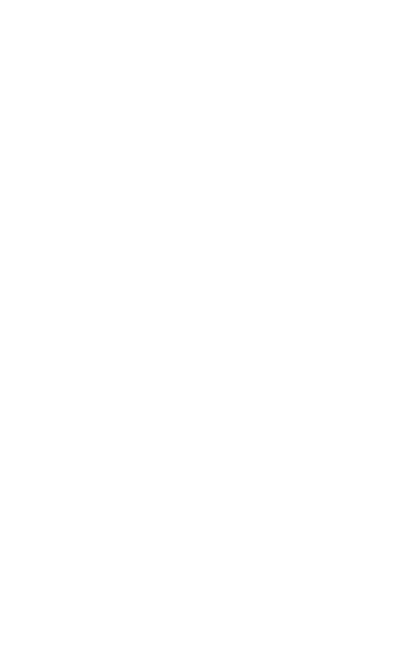
<source format=gbr>
%TF.GenerationSoftware,KiCad,Pcbnew,(5.99.0-12348-g4b436fb86d)*%
%TF.CreationDate,2021-09-19T12:14:32+01:00*%
%TF.ProjectId,Panel,50616e65-6c2e-46b6-9963-61645f706362,rev?*%
%TF.SameCoordinates,Original*%
%TF.FileFunction,Legend,Bot*%
%TF.FilePolarity,Positive*%
%FSLAX46Y46*%
G04 Gerber Fmt 4.6, Leading zero omitted, Abs format (unit mm)*
G04 Created by KiCad (PCBNEW (5.99.0-12348-g4b436fb86d)) date 2021-09-19 12:14:32*
%MOMM*%
%LPD*%
G01*
G04 APERTURE LIST*
%ADD10C,6.700000*%
%ADD11C,0.800000*%
%ADD12C,1.000000*%
%ADD13C,0.300000*%
%ADD14C,0.250000*%
%ADD15C,0.010000*%
%ADD16O,5.400000X3.600000*%
%ADD17C,7.100000*%
%ADD18C,6.400000*%
%ADD19C,7.400000*%
G04 APERTURE END LIST*
D10*
%TO.C,ActionButton*%
X111300000Y-130700000D03*
%TD*%
%TO.C,Ref\u002A\u002A*%
X109750000Y-83250000D03*
%TD*%
%TO.C,Ref\u002A\u002A*%
X122750000Y-83250000D03*
%TD*%
%TO.C,Ref\u002A\u002A*%
X135750000Y-83250000D03*
%TD*%
%LPC*%
D11*
X114600000Y-145400000D02*
X105400000Y-145400000D01*
X105400000Y-145400000D02*
X105400000Y-154600000D01*
X105400000Y-154600000D02*
X114600000Y-154600000D01*
X114600000Y-154600000D02*
X114600000Y-145400000D01*
G36*
X114600000Y-145400000D02*
G01*
X105400000Y-145400000D01*
X105400000Y-154600000D01*
X114600000Y-154600000D01*
X114600000Y-145400000D01*
G37*
D12*
X126830441Y-83250000D02*
G75*
G03*
X126830441Y-83250000I-4080441J0D01*
G01*
X113830441Y-83250000D02*
G75*
G03*
X113830441Y-83250000I-4080441J0D01*
G01*
X115380441Y-130700000D02*
G75*
G03*
X115380441Y-130700000I-4080441J0D01*
G01*
D11*
X127600000Y-145400000D02*
X118400000Y-145400000D01*
X118400000Y-145400000D02*
X118400000Y-154600000D01*
X118400000Y-154600000D02*
X127600000Y-154600000D01*
X127600000Y-154600000D02*
X127600000Y-145400000D01*
G36*
X127600000Y-145400000D02*
G01*
X118400000Y-145400000D01*
X118400000Y-154600000D01*
X127600000Y-154600000D01*
X127600000Y-145400000D01*
G37*
D12*
X139830441Y-83250000D02*
G75*
G03*
X139830441Y-83250000I-4080441J0D01*
G01*
D13*
X124435714Y-76148537D02*
X125150000Y-76148537D01*
X125150000Y-74648537D01*
X123292857Y-76148537D02*
X123292857Y-75362823D01*
X123364285Y-75219966D01*
X123507142Y-75148537D01*
X123792857Y-75148537D01*
X123935714Y-75219966D01*
X123292857Y-76077108D02*
X123435714Y-76148537D01*
X123792857Y-76148537D01*
X123935714Y-76077108D01*
X124007142Y-75934251D01*
X124007142Y-75791394D01*
X123935714Y-75648537D01*
X123792857Y-75577108D01*
X123435714Y-75577108D01*
X123292857Y-75505680D01*
X122578571Y-75148537D02*
X122578571Y-76148537D01*
X122578571Y-75291394D02*
X122507142Y-75219966D01*
X122364285Y-75148537D01*
X122150000Y-75148537D01*
X122007142Y-75219966D01*
X121935714Y-75362823D01*
X121935714Y-76148537D01*
X120650000Y-76077108D02*
X120792857Y-76148537D01*
X121078571Y-76148537D01*
X121221428Y-76077108D01*
X121292857Y-75934251D01*
X121292857Y-75362823D01*
X121221428Y-75219966D01*
X121078571Y-75148537D01*
X120792857Y-75148537D01*
X120650000Y-75219966D01*
X120578571Y-75362823D01*
X120578571Y-75505680D01*
X121292857Y-75648537D01*
X112442857Y-158535714D02*
X112514285Y-158607142D01*
X112728571Y-158678571D01*
X112871428Y-158678571D01*
X113085714Y-158607142D01*
X113228571Y-158464285D01*
X113300000Y-158321428D01*
X113371428Y-158035714D01*
X113371428Y-157821428D01*
X113300000Y-157535714D01*
X113228571Y-157392857D01*
X113085714Y-157250000D01*
X112871428Y-157178571D01*
X112728571Y-157178571D01*
X112514285Y-157250000D01*
X112442857Y-157321428D01*
X112014285Y-157178571D02*
X111514285Y-158678571D01*
X111014285Y-157178571D01*
X109085714Y-157178571D02*
X108800000Y-157178571D01*
X108657142Y-157250000D01*
X108514285Y-157392857D01*
X108442857Y-157678571D01*
X108442857Y-158178571D01*
X108514285Y-158464285D01*
X108657142Y-158607142D01*
X108800000Y-158678571D01*
X109085714Y-158678571D01*
X109228571Y-158607142D01*
X109371428Y-158464285D01*
X109442857Y-158178571D01*
X109442857Y-157678571D01*
X109371428Y-157392857D01*
X109228571Y-157250000D01*
X109085714Y-157178571D01*
X107157142Y-157678571D02*
X107157142Y-158678571D01*
X107800000Y-157678571D02*
X107800000Y-158464285D01*
X107728571Y-158607142D01*
X107585714Y-158678571D01*
X107371428Y-158678571D01*
X107228571Y-158607142D01*
X107157142Y-158535714D01*
X106657142Y-157678571D02*
X106085714Y-157678571D01*
X106442857Y-157178571D02*
X106442857Y-158464285D01*
X106371428Y-158607142D01*
X106228571Y-158678571D01*
X106085714Y-158678571D01*
X135928571Y-111078571D02*
X135071428Y-111078571D01*
X135500000Y-112578571D02*
X135500000Y-111078571D01*
X134000000Y-112507142D02*
X134142857Y-112578571D01*
X134428571Y-112578571D01*
X134571428Y-112507142D01*
X134642857Y-112364285D01*
X134642857Y-111792857D01*
X134571428Y-111650000D01*
X134428571Y-111578571D01*
X134142857Y-111578571D01*
X134000000Y-111650000D01*
X133928571Y-111792857D01*
X133928571Y-111935714D01*
X134642857Y-112078571D01*
X133285714Y-112578571D02*
X133285714Y-111578571D01*
X133285714Y-111721428D02*
X133214285Y-111650000D01*
X133071428Y-111578571D01*
X132857142Y-111578571D01*
X132714285Y-111650000D01*
X132642857Y-111792857D01*
X132642857Y-112578571D01*
X132642857Y-111792857D02*
X132571428Y-111650000D01*
X132428571Y-111578571D01*
X132214285Y-111578571D01*
X132071428Y-111650000D01*
X132000000Y-111792857D01*
X132000000Y-112578571D01*
X131285714Y-111578571D02*
X131285714Y-113078571D01*
X131285714Y-111650000D02*
X131142857Y-111578571D01*
X130857142Y-111578571D01*
X130714285Y-111650000D01*
X130642857Y-111721428D01*
X130571428Y-111864285D01*
X130571428Y-112292857D01*
X130642857Y-112435714D01*
X130714285Y-112507142D01*
X130857142Y-112578571D01*
X131142857Y-112578571D01*
X131285714Y-112507142D01*
X129714285Y-112578571D02*
X129857142Y-112507142D01*
X129928571Y-112435714D01*
X130000000Y-112292857D01*
X130000000Y-111864285D01*
X129928571Y-111721428D01*
X129857142Y-111650000D01*
X129714285Y-111578571D01*
X129500000Y-111578571D01*
X129357142Y-111650000D01*
X129285714Y-111721428D01*
X129214285Y-111864285D01*
X129214285Y-112292857D01*
X129285714Y-112435714D01*
X129357142Y-112507142D01*
X129500000Y-112578571D01*
X129714285Y-112578571D01*
X139364285Y-158335714D02*
X139435714Y-158407142D01*
X139650000Y-158478571D01*
X139792857Y-158478571D01*
X140007142Y-158407142D01*
X140150000Y-158264285D01*
X140221428Y-158121428D01*
X140292857Y-157835714D01*
X140292857Y-157621428D01*
X140221428Y-157335714D01*
X140150000Y-157192857D01*
X140007142Y-157050000D01*
X139792857Y-156978571D01*
X139650000Y-156978571D01*
X139435714Y-157050000D01*
X139364285Y-157121428D01*
X138507142Y-158478571D02*
X138650000Y-158407142D01*
X138721428Y-158264285D01*
X138721428Y-156978571D01*
X137721428Y-158478571D02*
X137864285Y-158407142D01*
X137935714Y-158335714D01*
X138007142Y-158192857D01*
X138007142Y-157764285D01*
X137935714Y-157621428D01*
X137864285Y-157550000D01*
X137721428Y-157478571D01*
X137507142Y-157478571D01*
X137364285Y-157550000D01*
X137292857Y-157621428D01*
X137221428Y-157764285D01*
X137221428Y-158192857D01*
X137292857Y-158335714D01*
X137364285Y-158407142D01*
X137507142Y-158478571D01*
X137721428Y-158478571D01*
X135935714Y-158407142D02*
X136078571Y-158478571D01*
X136364285Y-158478571D01*
X136507142Y-158407142D01*
X136578571Y-158335714D01*
X136650000Y-158192857D01*
X136650000Y-157764285D01*
X136578571Y-157621428D01*
X136507142Y-157550000D01*
X136364285Y-157478571D01*
X136078571Y-157478571D01*
X135935714Y-157550000D01*
X135292857Y-158478571D02*
X135292857Y-156978571D01*
X135150000Y-157907142D02*
X134721428Y-158478571D01*
X134721428Y-157478571D02*
X135292857Y-158050000D01*
X132935714Y-158478571D02*
X132935714Y-156978571D01*
X132221428Y-157478571D02*
X132221428Y-158478571D01*
X132221428Y-157621428D02*
X132150000Y-157550000D01*
X132007142Y-157478571D01*
X131792857Y-157478571D01*
X131650000Y-157550000D01*
X131578571Y-157692857D01*
X131578571Y-158478571D01*
X115285714Y-111792857D02*
X114785714Y-111792857D01*
X114571428Y-112578571D02*
X115285714Y-112578571D01*
X115285714Y-111078571D01*
X114571428Y-111078571D01*
X113285714Y-112578571D02*
X113285714Y-111078571D01*
X113285714Y-112507142D02*
X113428571Y-112578571D01*
X113714285Y-112578571D01*
X113857142Y-112507142D01*
X113928571Y-112435714D01*
X114000000Y-112292857D01*
X114000000Y-111864285D01*
X113928571Y-111721428D01*
X113857142Y-111650000D01*
X113714285Y-111578571D01*
X113428571Y-111578571D01*
X113285714Y-111650000D01*
X112571428Y-112578571D02*
X112571428Y-111578571D01*
X112571428Y-111078571D02*
X112642857Y-111150000D01*
X112571428Y-111221428D01*
X112500000Y-111150000D01*
X112571428Y-111078571D01*
X112571428Y-111221428D01*
X112071428Y-111578571D02*
X111500000Y-111578571D01*
X111857142Y-111078571D02*
X111857142Y-112364285D01*
X111785714Y-112507142D01*
X111642857Y-112578571D01*
X111500000Y-112578571D01*
X126821428Y-157050000D02*
X126964285Y-156978571D01*
X127178571Y-156978571D01*
X127392857Y-157050000D01*
X127535714Y-157192857D01*
X127607142Y-157335714D01*
X127678571Y-157621428D01*
X127678571Y-157835714D01*
X127607142Y-158121428D01*
X127535714Y-158264285D01*
X127392857Y-158407142D01*
X127178571Y-158478571D01*
X127035714Y-158478571D01*
X126821428Y-158407142D01*
X126750000Y-158335714D01*
X126750000Y-157835714D01*
X127035714Y-157835714D01*
X125464285Y-158478571D02*
X125464285Y-157692857D01*
X125535714Y-157550000D01*
X125678571Y-157478571D01*
X125964285Y-157478571D01*
X126107142Y-157550000D01*
X125464285Y-158407142D02*
X125607142Y-158478571D01*
X125964285Y-158478571D01*
X126107142Y-158407142D01*
X126178571Y-158264285D01*
X126178571Y-158121428D01*
X126107142Y-157978571D01*
X125964285Y-157907142D01*
X125607142Y-157907142D01*
X125464285Y-157835714D01*
X124964285Y-157478571D02*
X124392857Y-157478571D01*
X124750000Y-156978571D02*
X124750000Y-158264285D01*
X124678571Y-158407142D01*
X124535714Y-158478571D01*
X124392857Y-158478571D01*
X123321428Y-158407142D02*
X123464285Y-158478571D01*
X123750000Y-158478571D01*
X123892857Y-158407142D01*
X123964285Y-158264285D01*
X123964285Y-157692857D01*
X123892857Y-157550000D01*
X123750000Y-157478571D01*
X123464285Y-157478571D01*
X123321428Y-157550000D01*
X123250000Y-157692857D01*
X123250000Y-157835714D01*
X123964285Y-157978571D01*
X121178571Y-156978571D02*
X120892857Y-156978571D01*
X120750000Y-157050000D01*
X120607142Y-157192857D01*
X120535714Y-157478571D01*
X120535714Y-157978571D01*
X120607142Y-158264285D01*
X120750000Y-158407142D01*
X120892857Y-158478571D01*
X121178571Y-158478571D01*
X121321428Y-158407142D01*
X121464285Y-158264285D01*
X121535714Y-157978571D01*
X121535714Y-157478571D01*
X121464285Y-157192857D01*
X121321428Y-157050000D01*
X121178571Y-156978571D01*
X119250000Y-157478571D02*
X119250000Y-158478571D01*
X119892857Y-157478571D02*
X119892857Y-158264285D01*
X119821428Y-158407142D01*
X119678571Y-158478571D01*
X119464285Y-158478571D01*
X119321428Y-158407142D01*
X119250000Y-158335714D01*
X118750000Y-157478571D02*
X118178571Y-157478571D01*
X118535714Y-156978571D02*
X118535714Y-158264285D01*
X118464285Y-158407142D01*
X118321428Y-158478571D01*
X118178571Y-158478571D01*
X126157142Y-91678571D02*
X126514285Y-91678571D01*
X126514285Y-89535714D01*
X126157142Y-89535714D01*
X125657142Y-91107142D02*
X125442857Y-91178571D01*
X125085714Y-91178571D01*
X124942857Y-91107142D01*
X124871428Y-91035714D01*
X124800000Y-90892857D01*
X124800000Y-90750000D01*
X124871428Y-90607142D01*
X124942857Y-90535714D01*
X125085714Y-90464285D01*
X125371428Y-90392857D01*
X125514285Y-90321428D01*
X125585714Y-90250000D01*
X125657142Y-90107142D01*
X125657142Y-89964285D01*
X125585714Y-89821428D01*
X125514285Y-89750000D01*
X125371428Y-89678571D01*
X125014285Y-89678571D01*
X124800000Y-89750000D01*
X123585714Y-91107142D02*
X123728571Y-91178571D01*
X124014285Y-91178571D01*
X124157142Y-91107142D01*
X124228571Y-90964285D01*
X124228571Y-90392857D01*
X124157142Y-90250000D01*
X124014285Y-90178571D01*
X123728571Y-90178571D01*
X123585714Y-90250000D01*
X123514285Y-90392857D01*
X123514285Y-90535714D01*
X124228571Y-90678571D01*
X123085714Y-90178571D02*
X122514285Y-90178571D01*
X122871428Y-89678571D02*
X122871428Y-90964285D01*
X122800000Y-91107142D01*
X122657142Y-91178571D01*
X122514285Y-91178571D01*
X121371428Y-90178571D02*
X121371428Y-91178571D01*
X122014285Y-90178571D02*
X122014285Y-90964285D01*
X121942857Y-91107142D01*
X121800000Y-91178571D01*
X121585714Y-91178571D01*
X121442857Y-91107142D01*
X121371428Y-91035714D01*
X120657142Y-90178571D02*
X120657142Y-91678571D01*
X120657142Y-90250000D02*
X120514285Y-90178571D01*
X120228571Y-90178571D01*
X120085714Y-90250000D01*
X120014285Y-90321428D01*
X119942857Y-90464285D01*
X119942857Y-90892857D01*
X120014285Y-91035714D01*
X120085714Y-91107142D01*
X120228571Y-91178571D01*
X120514285Y-91178571D01*
X120657142Y-91107142D01*
X119442857Y-91678571D02*
X119085714Y-91678571D01*
X119085714Y-89535714D01*
X119442857Y-89535714D01*
X141207142Y-139950000D02*
X140492857Y-139950000D01*
X141350000Y-140378571D02*
X140850000Y-138878571D01*
X140350000Y-140378571D01*
X139207142Y-140307142D02*
X139350000Y-140378571D01*
X139635714Y-140378571D01*
X139778571Y-140307142D01*
X139850000Y-140235714D01*
X139921428Y-140092857D01*
X139921428Y-139664285D01*
X139850000Y-139521428D01*
X139778571Y-139450000D01*
X139635714Y-139378571D01*
X139350000Y-139378571D01*
X139207142Y-139450000D01*
X138778571Y-139378571D02*
X138207142Y-139378571D01*
X138564285Y-138878571D02*
X138564285Y-140164285D01*
X138492857Y-140307142D01*
X138350000Y-140378571D01*
X138207142Y-140378571D01*
X137707142Y-140378571D02*
X137707142Y-139378571D01*
X137707142Y-138878571D02*
X137778571Y-138950000D01*
X137707142Y-139021428D01*
X137635714Y-138950000D01*
X137707142Y-138878571D01*
X137707142Y-139021428D01*
X136778571Y-140378571D02*
X136921428Y-140307142D01*
X136992857Y-140235714D01*
X137064285Y-140092857D01*
X137064285Y-139664285D01*
X136992857Y-139521428D01*
X136921428Y-139450000D01*
X136778571Y-139378571D01*
X136564285Y-139378571D01*
X136421428Y-139450000D01*
X136350000Y-139521428D01*
X136278571Y-139664285D01*
X136278571Y-140092857D01*
X136350000Y-140235714D01*
X136421428Y-140307142D01*
X136564285Y-140378571D01*
X136778571Y-140378571D01*
X135635714Y-139378571D02*
X135635714Y-140378571D01*
X135635714Y-139521428D02*
X135564285Y-139450000D01*
X135421428Y-139378571D01*
X135207142Y-139378571D01*
X135064285Y-139450000D01*
X134992857Y-139592857D01*
X134992857Y-140378571D01*
X132278571Y-140235714D02*
X132350000Y-140307142D01*
X132564285Y-140378571D01*
X132707142Y-140378571D01*
X132921428Y-140307142D01*
X133064285Y-140164285D01*
X133135714Y-140021428D01*
X133207142Y-139735714D01*
X133207142Y-139521428D01*
X133135714Y-139235714D01*
X133064285Y-139092857D01*
X132921428Y-138950000D01*
X132707142Y-138878571D01*
X132564285Y-138878571D01*
X132350000Y-138950000D01*
X132278571Y-139021428D01*
X131850000Y-138878571D02*
X131350000Y-140378571D01*
X130850000Y-138878571D01*
X114042857Y-139450000D02*
X113328571Y-139450000D01*
X114185714Y-139878571D02*
X113685714Y-138378571D01*
X113185714Y-139878571D01*
X112042857Y-139807142D02*
X112185714Y-139878571D01*
X112471428Y-139878571D01*
X112614285Y-139807142D01*
X112685714Y-139735714D01*
X112757142Y-139592857D01*
X112757142Y-139164285D01*
X112685714Y-139021428D01*
X112614285Y-138950000D01*
X112471428Y-138878571D01*
X112185714Y-138878571D01*
X112042857Y-138950000D01*
X111614285Y-138878571D02*
X111042857Y-138878571D01*
X111400000Y-138378571D02*
X111400000Y-139664285D01*
X111328571Y-139807142D01*
X111185714Y-139878571D01*
X111042857Y-139878571D01*
X110542857Y-139878571D02*
X110542857Y-138878571D01*
X110542857Y-138378571D02*
X110614285Y-138450000D01*
X110542857Y-138521428D01*
X110471428Y-138450000D01*
X110542857Y-138378571D01*
X110542857Y-138521428D01*
X109614285Y-139878571D02*
X109757142Y-139807142D01*
X109828571Y-139735714D01*
X109900000Y-139592857D01*
X109900000Y-139164285D01*
X109828571Y-139021428D01*
X109757142Y-138950000D01*
X109614285Y-138878571D01*
X109400000Y-138878571D01*
X109257142Y-138950000D01*
X109185714Y-139021428D01*
X109114285Y-139164285D01*
X109114285Y-139592857D01*
X109185714Y-139735714D01*
X109257142Y-139807142D01*
X109400000Y-139878571D01*
X109614285Y-139878571D01*
X108471428Y-138878571D02*
X108471428Y-139878571D01*
X108471428Y-139021428D02*
X108400000Y-138950000D01*
X108257142Y-138878571D01*
X108042857Y-138878571D01*
X107900000Y-138950000D01*
X107828571Y-139092857D01*
X107828571Y-139878571D01*
X136735714Y-76178571D02*
X137450000Y-76178571D01*
X137450000Y-74678571D01*
X135664285Y-76107142D02*
X135807142Y-76178571D01*
X136092857Y-76178571D01*
X136235714Y-76107142D01*
X136307142Y-75964285D01*
X136307142Y-75392857D01*
X136235714Y-75250000D01*
X136092857Y-75178571D01*
X135807142Y-75178571D01*
X135664285Y-75250000D01*
X135592857Y-75392857D01*
X135592857Y-75535714D01*
X136307142Y-75678571D01*
X135164285Y-75178571D02*
X134592857Y-75178571D01*
X134950000Y-76178571D02*
X134950000Y-74892857D01*
X134878571Y-74750000D01*
X134735714Y-74678571D01*
X134592857Y-74678571D01*
X134307142Y-75178571D02*
X133735714Y-75178571D01*
X134092857Y-74678571D02*
X134092857Y-75964285D01*
X134021428Y-76107142D01*
X133878571Y-76178571D01*
X133735714Y-76178571D01*
X111278571Y-76178571D02*
X111778571Y-75464285D01*
X112135714Y-76178571D02*
X112135714Y-74678571D01*
X111564285Y-74678571D01*
X111421428Y-74750000D01*
X111350000Y-74821428D01*
X111278571Y-74964285D01*
X111278571Y-75178571D01*
X111350000Y-75321428D01*
X111421428Y-75392857D01*
X111564285Y-75464285D01*
X112135714Y-75464285D01*
X110635714Y-76178571D02*
X110635714Y-75178571D01*
X110635714Y-74678571D02*
X110707142Y-74750000D01*
X110635714Y-74821428D01*
X110564285Y-74750000D01*
X110635714Y-74678571D01*
X110635714Y-74821428D01*
X109278571Y-75178571D02*
X109278571Y-76392857D01*
X109350000Y-76535714D01*
X109421428Y-76607142D01*
X109564285Y-76678571D01*
X109778571Y-76678571D01*
X109921428Y-76607142D01*
X109278571Y-76107142D02*
X109421428Y-76178571D01*
X109707142Y-76178571D01*
X109850000Y-76107142D01*
X109921428Y-76035714D01*
X109992857Y-75892857D01*
X109992857Y-75464285D01*
X109921428Y-75321428D01*
X109850000Y-75250000D01*
X109707142Y-75178571D01*
X109421428Y-75178571D01*
X109278571Y-75250000D01*
X108564285Y-76178571D02*
X108564285Y-74678571D01*
X107921428Y-76178571D02*
X107921428Y-75392857D01*
X107992857Y-75250000D01*
X108135714Y-75178571D01*
X108350000Y-75178571D01*
X108492857Y-75250000D01*
X108564285Y-75321428D01*
X107421428Y-75178571D02*
X106850000Y-75178571D01*
X107207142Y-74678571D02*
X107207142Y-75964285D01*
X107135714Y-76107142D01*
X106992857Y-76178571D01*
X106850000Y-76178571D01*
D14*
X129280952Y-43552380D02*
X129280952Y-42552380D01*
X128947619Y-43266666D01*
X128614285Y-42552380D01*
X128614285Y-43552380D01*
X127995238Y-43552380D02*
X128090476Y-43504761D01*
X128138095Y-43457142D01*
X128185714Y-43361904D01*
X128185714Y-43076190D01*
X128138095Y-42980952D01*
X128090476Y-42933333D01*
X127995238Y-42885714D01*
X127852380Y-42885714D01*
X127757142Y-42933333D01*
X127709523Y-42980952D01*
X127661904Y-43076190D01*
X127661904Y-43361904D01*
X127709523Y-43457142D01*
X127757142Y-43504761D01*
X127852380Y-43552380D01*
X127995238Y-43552380D01*
X126804761Y-42885714D02*
X126804761Y-43552380D01*
X127233333Y-42885714D02*
X127233333Y-43409523D01*
X127185714Y-43504761D01*
X127090476Y-43552380D01*
X126947619Y-43552380D01*
X126852380Y-43504761D01*
X126804761Y-43457142D01*
X126328571Y-42885714D02*
X126328571Y-43552380D01*
X126328571Y-42980952D02*
X126280952Y-42933333D01*
X126185714Y-42885714D01*
X126042857Y-42885714D01*
X125947619Y-42933333D01*
X125900000Y-43028571D01*
X125900000Y-43552380D01*
X125566666Y-42885714D02*
X125185714Y-42885714D01*
X125423809Y-42552380D02*
X125423809Y-43409523D01*
X125376190Y-43504761D01*
X125280952Y-43552380D01*
X125185714Y-43552380D01*
X124852380Y-42885714D02*
X124852380Y-43742857D01*
X124900000Y-43838095D01*
X124995238Y-43885714D01*
X125042857Y-43885714D01*
X124852380Y-42552380D02*
X124900000Y-42600000D01*
X124852380Y-42647619D01*
X124804761Y-42600000D01*
X124852380Y-42552380D01*
X124852380Y-42647619D01*
X124233333Y-43552380D02*
X124328571Y-43504761D01*
X124376190Y-43457142D01*
X124423809Y-43361904D01*
X124423809Y-43076190D01*
X124376190Y-42980952D01*
X124328571Y-42933333D01*
X124233333Y-42885714D01*
X124090476Y-42885714D01*
X123995238Y-42933333D01*
X123947619Y-42980952D01*
X123900000Y-43076190D01*
X123900000Y-43361904D01*
X123947619Y-43457142D01*
X123995238Y-43504761D01*
X124090476Y-43552380D01*
X124233333Y-43552380D01*
X123566666Y-42885714D02*
X123328571Y-43552380D01*
X123090476Y-42885714D02*
X123328571Y-43552380D01*
X123423809Y-43790476D01*
X123471428Y-43838095D01*
X123566666Y-43885714D01*
X121947619Y-43552380D02*
X121947619Y-42552380D01*
X121614285Y-43266666D01*
X121280952Y-42552380D01*
X121280952Y-43552380D01*
X120661904Y-43552380D02*
X120757142Y-43504761D01*
X120804761Y-43457142D01*
X120852380Y-43361904D01*
X120852380Y-43076190D01*
X120804761Y-42980952D01*
X120757142Y-42933333D01*
X120661904Y-42885714D01*
X120519047Y-42885714D01*
X120423809Y-42933333D01*
X120376190Y-42980952D01*
X120328571Y-43076190D01*
X120328571Y-43361904D01*
X120376190Y-43457142D01*
X120423809Y-43504761D01*
X120519047Y-43552380D01*
X120661904Y-43552380D01*
X119471428Y-43552380D02*
X119471428Y-42552380D01*
X119471428Y-43504761D02*
X119566666Y-43552380D01*
X119757142Y-43552380D01*
X119852380Y-43504761D01*
X119900000Y-43457142D01*
X119947619Y-43361904D01*
X119947619Y-43076190D01*
X119900000Y-42980952D01*
X119852380Y-42933333D01*
X119757142Y-42885714D01*
X119566666Y-42885714D01*
X119471428Y-42933333D01*
X118566666Y-42885714D02*
X118566666Y-43552380D01*
X118995238Y-42885714D02*
X118995238Y-43409523D01*
X118947619Y-43504761D01*
X118852380Y-43552380D01*
X118709523Y-43552380D01*
X118614285Y-43504761D01*
X118566666Y-43457142D01*
X117947619Y-43552380D02*
X118042857Y-43504761D01*
X118090476Y-43409523D01*
X118090476Y-42552380D01*
X117138095Y-43552380D02*
X117138095Y-43028571D01*
X117185714Y-42933333D01*
X117280952Y-42885714D01*
X117471428Y-42885714D01*
X117566666Y-42933333D01*
X117138095Y-43504761D02*
X117233333Y-43552380D01*
X117471428Y-43552380D01*
X117566666Y-43504761D01*
X117614285Y-43409523D01*
X117614285Y-43314285D01*
X117566666Y-43219047D01*
X117471428Y-43171428D01*
X117233333Y-43171428D01*
X117138095Y-43123809D01*
X116661904Y-43552380D02*
X116661904Y-42885714D01*
X116661904Y-43076190D02*
X116614285Y-42980952D01*
X116566666Y-42933333D01*
X116471428Y-42885714D01*
X116376190Y-42885714D01*
D15*
%TO.C,G\u002A\u002A\u002A*%
X124445778Y-48403388D02*
X124252966Y-48833130D01*
X124252966Y-48833130D02*
X124140294Y-48580690D01*
X124140294Y-48580690D02*
X124057381Y-48376661D01*
X124057381Y-48376661D02*
X123993541Y-48188375D01*
X123993541Y-48188375D02*
X123984101Y-48153625D01*
X123984101Y-48153625D02*
X123953550Y-48060046D01*
X123953550Y-48060046D02*
X123899704Y-48007762D01*
X123899704Y-48007762D02*
X123790886Y-47984783D01*
X123790886Y-47984783D02*
X123595417Y-47979117D01*
X123595417Y-47979117D02*
X123522768Y-47979000D01*
X123522768Y-47979000D02*
X123104956Y-47979000D01*
X123104956Y-47979000D02*
X123248885Y-48217125D01*
X123248885Y-48217125D02*
X123492131Y-48623982D01*
X123492131Y-48623982D02*
X123675835Y-48948208D01*
X123675835Y-48948208D02*
X123808488Y-49214412D01*
X123808488Y-49214412D02*
X123898581Y-49447203D01*
X123898581Y-49447203D02*
X123954604Y-49671190D01*
X123954604Y-49671190D02*
X123985048Y-49910983D01*
X123985048Y-49910983D02*
X123998403Y-50191192D01*
X123998403Y-50191192D02*
X124001865Y-50399566D01*
X124001865Y-50399566D02*
X124006500Y-50819883D01*
X124006500Y-50819883D02*
X124244625Y-50859242D01*
X124244625Y-50859242D02*
X124470785Y-50885895D01*
X124470785Y-50885895D02*
X124709048Y-50897395D01*
X124709048Y-50897395D02*
X124920776Y-50893812D01*
X124920776Y-50893812D02*
X125067334Y-50875217D01*
X125067334Y-50875217D02*
X125107167Y-50857666D01*
X125107167Y-50857666D02*
X125134622Y-50772502D01*
X125134622Y-50772502D02*
X125151164Y-50612082D01*
X125151164Y-50612082D02*
X125152841Y-50556041D01*
X125152841Y-50556041D02*
X125166200Y-50357658D01*
X125166200Y-50357658D02*
X125197804Y-50094365D01*
X125197804Y-50094365D02*
X125237322Y-49843759D01*
X125237322Y-49843759D02*
X125285255Y-49634609D01*
X125285255Y-49634609D02*
X125358764Y-49426522D01*
X125358764Y-49426522D02*
X125468647Y-49199614D01*
X125468647Y-49199614D02*
X125625706Y-48933999D01*
X125625706Y-48933999D02*
X125840741Y-48609792D01*
X125840741Y-48609792D02*
X126124552Y-48207109D01*
X126124552Y-48207109D02*
X126131505Y-48197421D01*
X126131505Y-48197421D02*
X126169757Y-48110356D01*
X126169757Y-48110356D02*
X126163255Y-48085901D01*
X126163255Y-48085901D02*
X126091918Y-48072222D01*
X126091918Y-48072222D02*
X125919791Y-48054494D01*
X125919791Y-48054494D02*
X125672919Y-48035038D01*
X125672919Y-48035038D02*
X125386170Y-48016678D01*
X125386170Y-48016678D02*
X124638590Y-47973647D01*
X124638590Y-47973647D02*
X124445778Y-48403388D01*
X124445778Y-48403388D02*
X124445778Y-48403388D01*
G36*
X125386170Y-48016678D02*
G01*
X125672919Y-48035038D01*
X125919791Y-48054494D01*
X126091918Y-48072222D01*
X126163255Y-48085901D01*
X126169757Y-48110356D01*
X126131505Y-48197421D01*
X126124552Y-48207109D01*
X125840741Y-48609792D01*
X125625706Y-48933999D01*
X125468647Y-49199614D01*
X125358764Y-49426522D01*
X125285255Y-49634609D01*
X125237322Y-49843759D01*
X125197804Y-50094365D01*
X125166200Y-50357658D01*
X125152841Y-50556041D01*
X125151164Y-50612082D01*
X125134622Y-50772502D01*
X125107167Y-50857666D01*
X125067334Y-50875217D01*
X124920776Y-50893812D01*
X124709048Y-50897395D01*
X124470785Y-50885895D01*
X124244625Y-50859242D01*
X124006500Y-50819883D01*
X124001865Y-50399566D01*
X123998403Y-50191192D01*
X123985048Y-49910983D01*
X123954604Y-49671190D01*
X123898581Y-49447203D01*
X123808488Y-49214412D01*
X123675835Y-48948208D01*
X123492131Y-48623982D01*
X123248885Y-48217125D01*
X123104956Y-47979000D01*
X123522768Y-47979000D01*
X123595417Y-47979117D01*
X123790886Y-47984783D01*
X123899704Y-48007762D01*
X123953550Y-48060046D01*
X123984101Y-48153625D01*
X123993541Y-48188375D01*
X124057381Y-48376661D01*
X124140294Y-48580690D01*
X124252966Y-48833130D01*
X124445778Y-48403388D01*
X124638590Y-47973647D01*
X125386170Y-48016678D01*
G37*
X125386170Y-48016678D02*
X125672919Y-48035038D01*
X125919791Y-48054494D01*
X126091918Y-48072222D01*
X126163255Y-48085901D01*
X126169757Y-48110356D01*
X126131505Y-48197421D01*
X126124552Y-48207109D01*
X125840741Y-48609792D01*
X125625706Y-48933999D01*
X125468647Y-49199614D01*
X125358764Y-49426522D01*
X125285255Y-49634609D01*
X125237322Y-49843759D01*
X125197804Y-50094365D01*
X125166200Y-50357658D01*
X125152841Y-50556041D01*
X125151164Y-50612082D01*
X125134622Y-50772502D01*
X125107167Y-50857666D01*
X125067334Y-50875217D01*
X124920776Y-50893812D01*
X124709048Y-50897395D01*
X124470785Y-50885895D01*
X124244625Y-50859242D01*
X124006500Y-50819883D01*
X124001865Y-50399566D01*
X123998403Y-50191192D01*
X123985048Y-49910983D01*
X123954604Y-49671190D01*
X123898581Y-49447203D01*
X123808488Y-49214412D01*
X123675835Y-48948208D01*
X123492131Y-48623982D01*
X123248885Y-48217125D01*
X123104956Y-47979000D01*
X123522768Y-47979000D01*
X123595417Y-47979117D01*
X123790886Y-47984783D01*
X123899704Y-48007762D01*
X123953550Y-48060046D01*
X123984101Y-48153625D01*
X123993541Y-48188375D01*
X124057381Y-48376661D01*
X124140294Y-48580690D01*
X124252966Y-48833130D01*
X124445778Y-48403388D01*
X124638590Y-47973647D01*
X125386170Y-48016678D01*
X119284839Y-48191090D02*
X119128041Y-48205241D01*
X119128041Y-48205241D02*
X118910419Y-48228417D01*
X118910419Y-48228417D02*
X118664526Y-48256902D01*
X118664526Y-48256902D02*
X118422916Y-48286984D01*
X118422916Y-48286984D02*
X118218141Y-48314946D01*
X118218141Y-48314946D02*
X118127904Y-48328926D01*
X118127904Y-48328926D02*
X117932558Y-48361616D01*
X117932558Y-48361616D02*
X118139991Y-49424433D01*
X118139991Y-49424433D02*
X118212826Y-49804384D01*
X118212826Y-49804384D02*
X118279958Y-50167038D01*
X118279958Y-50167038D02*
X118336091Y-50482852D01*
X118336091Y-50482852D02*
X118375929Y-50722288D01*
X118375929Y-50722288D02*
X118390278Y-50820625D01*
X118390278Y-50820625D02*
X118433134Y-51154000D01*
X118433134Y-51154000D02*
X118695692Y-51142906D01*
X118695692Y-51142906D02*
X118943219Y-51129063D01*
X118943219Y-51129063D02*
X119200758Y-51109911D01*
X119200758Y-51109911D02*
X119228125Y-51107504D01*
X119228125Y-51107504D02*
X119498000Y-51083197D01*
X119498000Y-51083197D02*
X119498000Y-50771484D01*
X119498000Y-50771484D02*
X119494511Y-50626835D01*
X119494511Y-50626835D02*
X119484935Y-50395511D01*
X119484935Y-50395511D02*
X119470611Y-50100597D01*
X119470611Y-50100597D02*
X119452878Y-49765182D01*
X119452878Y-49765182D02*
X119433077Y-49412353D01*
X119433077Y-49412353D02*
X119412544Y-49065197D01*
X119412544Y-49065197D02*
X119392620Y-48746801D01*
X119392620Y-48746801D02*
X119374643Y-48480252D01*
X119374643Y-48480252D02*
X119359953Y-48288638D01*
X119359953Y-48288638D02*
X119349889Y-48195046D01*
X119349889Y-48195046D02*
X119348261Y-48189679D01*
X119348261Y-48189679D02*
X119284839Y-48191090D01*
X119284839Y-48191090D02*
X119284839Y-48191090D01*
G36*
X119349889Y-48195046D02*
G01*
X119359953Y-48288638D01*
X119374643Y-48480252D01*
X119392620Y-48746801D01*
X119412544Y-49065197D01*
X119433077Y-49412353D01*
X119452878Y-49765182D01*
X119470611Y-50100597D01*
X119484935Y-50395511D01*
X119494511Y-50626835D01*
X119498000Y-50771484D01*
X119498000Y-51083197D01*
X119228125Y-51107504D01*
X119200758Y-51109911D01*
X118943219Y-51129063D01*
X118695692Y-51142906D01*
X118433134Y-51154000D01*
X118390278Y-50820625D01*
X118375929Y-50722288D01*
X118336091Y-50482852D01*
X118279958Y-50167038D01*
X118212826Y-49804384D01*
X118139991Y-49424433D01*
X117932558Y-48361616D01*
X118127904Y-48328926D01*
X118218141Y-48314946D01*
X118422916Y-48286984D01*
X118664526Y-48256902D01*
X118910419Y-48228417D01*
X119128041Y-48205241D01*
X119284839Y-48191090D01*
X119348261Y-48189679D01*
X119349889Y-48195046D01*
G37*
X119349889Y-48195046D02*
X119359953Y-48288638D01*
X119374643Y-48480252D01*
X119392620Y-48746801D01*
X119412544Y-49065197D01*
X119433077Y-49412353D01*
X119452878Y-49765182D01*
X119470611Y-50100597D01*
X119484935Y-50395511D01*
X119494511Y-50626835D01*
X119498000Y-50771484D01*
X119498000Y-51083197D01*
X119228125Y-51107504D01*
X119200758Y-51109911D01*
X118943219Y-51129063D01*
X118695692Y-51142906D01*
X118433134Y-51154000D01*
X118390278Y-50820625D01*
X118375929Y-50722288D01*
X118336091Y-50482852D01*
X118279958Y-50167038D01*
X118212826Y-49804384D01*
X118139991Y-49424433D01*
X117932558Y-48361616D01*
X118127904Y-48328926D01*
X118218141Y-48314946D01*
X118422916Y-48286984D01*
X118664526Y-48256902D01*
X118910419Y-48228417D01*
X119128041Y-48205241D01*
X119284839Y-48191090D01*
X119348261Y-48189679D01*
X119349889Y-48195046D01*
X126997502Y-48142193D02*
X126941147Y-48212134D01*
X126941147Y-48212134D02*
X126870115Y-48355395D01*
X126870115Y-48355395D02*
X126777375Y-48586703D01*
X126777375Y-48586703D02*
X126655895Y-48920784D01*
X126655895Y-48920784D02*
X126618922Y-49025766D01*
X126618922Y-49025766D02*
X126455498Y-49500176D01*
X126455498Y-49500176D02*
X126313278Y-49929307D01*
X126313278Y-49929307D02*
X126196478Y-50299221D01*
X126196478Y-50299221D02*
X126109313Y-50595981D01*
X126109313Y-50595981D02*
X126055999Y-50805648D01*
X126055999Y-50805648D02*
X126040752Y-50914284D01*
X126040752Y-50914284D02*
X126044409Y-50925264D01*
X126044409Y-50925264D02*
X126115351Y-50941490D01*
X126115351Y-50941490D02*
X126281268Y-50963490D01*
X126281268Y-50963490D02*
X126510513Y-50987249D01*
X126510513Y-50987249D02*
X126587923Y-50994207D01*
X126587923Y-50994207D02*
X126843268Y-51014544D01*
X126843268Y-51014544D02*
X127000051Y-51017772D01*
X127000051Y-51017772D02*
X127086131Y-50998919D01*
X127086131Y-50998919D02*
X127129365Y-50953013D01*
X127129365Y-50953013D02*
X127151789Y-50893578D01*
X127151789Y-50893578D02*
X127184895Y-50806494D01*
X127184895Y-50806494D02*
X127226155Y-50795987D01*
X127226155Y-50795987D02*
X127305589Y-50869203D01*
X127305589Y-50869203D02*
X127375649Y-50946880D01*
X127375649Y-50946880D02*
X127553316Y-51145724D01*
X127553316Y-51145724D02*
X127654622Y-50991112D01*
X127654622Y-50991112D02*
X127763565Y-50864344D01*
X127763565Y-50864344D02*
X127842121Y-50851274D01*
X127842121Y-50851274D02*
X127878725Y-50952033D01*
X127878725Y-50952033D02*
X127880000Y-50988580D01*
X127880000Y-50988580D02*
X127897659Y-51088660D01*
X127897659Y-51088660D02*
X127973772Y-51139772D01*
X127973772Y-51139772D02*
X128137300Y-51165197D01*
X128137300Y-51165197D02*
X128301789Y-51176951D01*
X128301789Y-51176951D02*
X128400467Y-51176534D01*
X128400467Y-51176534D02*
X128410837Y-51173496D01*
X128410837Y-51173496D02*
X128409391Y-51108196D01*
X128409391Y-51108196D02*
X128394412Y-50939660D01*
X128394412Y-50939660D02*
X128368211Y-50690660D01*
X128368211Y-50690660D02*
X128349287Y-50525353D01*
X128349287Y-50525353D02*
X127799483Y-50525353D01*
X127799483Y-50525353D02*
X127601617Y-50482959D01*
X127601617Y-50482959D02*
X127448973Y-50445142D01*
X127448973Y-50445142D02*
X127357165Y-50413155D01*
X127357165Y-50413155D02*
X127356598Y-50412826D01*
X127356598Y-50412826D02*
X127353896Y-50346937D01*
X127353896Y-50346937D02*
X127399665Y-50218075D01*
X127399665Y-50218075D02*
X127472533Y-50069336D01*
X127472533Y-50069336D02*
X127551123Y-49943818D01*
X127551123Y-49943818D02*
X127614064Y-49884614D01*
X127614064Y-49884614D02*
X127618877Y-49884000D01*
X127618877Y-49884000D02*
X127660455Y-49940512D01*
X127660455Y-49940512D02*
X127708587Y-50085303D01*
X127708587Y-50085303D02*
X127736077Y-50204676D01*
X127736077Y-50204676D02*
X127799483Y-50525353D01*
X127799483Y-50525353D02*
X128349287Y-50525353D01*
X128349287Y-50525353D02*
X128333101Y-50383966D01*
X128333101Y-50383966D02*
X128317143Y-50250754D01*
X128317143Y-50250754D02*
X128272073Y-49865209D01*
X128272073Y-49865209D02*
X128228494Y-49467940D01*
X128228494Y-49467940D02*
X128191114Y-49103377D01*
X128191114Y-49103377D02*
X128164637Y-48815949D01*
X128164637Y-48815949D02*
X128162782Y-48793309D01*
X128162782Y-48793309D02*
X128118352Y-48242369D01*
X128118352Y-48242369D02*
X127634051Y-48200902D01*
X127634051Y-48200902D02*
X127386480Y-48177221D01*
X127386480Y-48177221D02*
X127180050Y-48152991D01*
X127180050Y-48152991D02*
X127054785Y-48132981D01*
X127054785Y-48132981D02*
X127046212Y-48130846D01*
X127046212Y-48130846D02*
X126997502Y-48142193D01*
X126997502Y-48142193D02*
X126997502Y-48142193D01*
G36*
X128394412Y-50939660D02*
G01*
X128409391Y-51108196D01*
X128410837Y-51173496D01*
X128400467Y-51176534D01*
X128301789Y-51176951D01*
X128137300Y-51165197D01*
X127973772Y-51139772D01*
X127897659Y-51088660D01*
X127880000Y-50988580D01*
X127878725Y-50952033D01*
X127842121Y-50851274D01*
X127763565Y-50864344D01*
X127654622Y-50991112D01*
X127553316Y-51145724D01*
X127375649Y-50946880D01*
X127305589Y-50869203D01*
X127226155Y-50795987D01*
X127184895Y-50806494D01*
X127151789Y-50893578D01*
X127129365Y-50953013D01*
X127086131Y-50998919D01*
X127000051Y-51017772D01*
X126843268Y-51014544D01*
X126587923Y-50994207D01*
X126510513Y-50987249D01*
X126281268Y-50963490D01*
X126115351Y-50941490D01*
X126044409Y-50925264D01*
X126040752Y-50914284D01*
X126055999Y-50805648D01*
X126109313Y-50595981D01*
X126182463Y-50346937D01*
X127353896Y-50346937D01*
X127356598Y-50412826D01*
X127357165Y-50413155D01*
X127448973Y-50445142D01*
X127601617Y-50482959D01*
X127799483Y-50525353D01*
X127736077Y-50204676D01*
X127708587Y-50085303D01*
X127660455Y-49940512D01*
X127618877Y-49884000D01*
X127614064Y-49884614D01*
X127551123Y-49943818D01*
X127472533Y-50069336D01*
X127399665Y-50218075D01*
X127353896Y-50346937D01*
X126182463Y-50346937D01*
X126196478Y-50299221D01*
X126313278Y-49929307D01*
X126455498Y-49500176D01*
X126618922Y-49025766D01*
X126655895Y-48920784D01*
X126777375Y-48586703D01*
X126870115Y-48355395D01*
X126941147Y-48212134D01*
X126997502Y-48142193D01*
X127046212Y-48130846D01*
X127054785Y-48132981D01*
X127180050Y-48152991D01*
X127386480Y-48177221D01*
X127634051Y-48200902D01*
X128118352Y-48242369D01*
X128162782Y-48793309D01*
X128164637Y-48815949D01*
X128191114Y-49103377D01*
X128228494Y-49467940D01*
X128272073Y-49865209D01*
X128317143Y-50250754D01*
X128333101Y-50383966D01*
X128349287Y-50525353D01*
X128368211Y-50690660D01*
X128394412Y-50939660D01*
G37*
X128394412Y-50939660D02*
X128409391Y-51108196D01*
X128410837Y-51173496D01*
X128400467Y-51176534D01*
X128301789Y-51176951D01*
X128137300Y-51165197D01*
X127973772Y-51139772D01*
X127897659Y-51088660D01*
X127880000Y-50988580D01*
X127878725Y-50952033D01*
X127842121Y-50851274D01*
X127763565Y-50864344D01*
X127654622Y-50991112D01*
X127553316Y-51145724D01*
X127375649Y-50946880D01*
X127305589Y-50869203D01*
X127226155Y-50795987D01*
X127184895Y-50806494D01*
X127151789Y-50893578D01*
X127129365Y-50953013D01*
X127086131Y-50998919D01*
X127000051Y-51017772D01*
X126843268Y-51014544D01*
X126587923Y-50994207D01*
X126510513Y-50987249D01*
X126281268Y-50963490D01*
X126115351Y-50941490D01*
X126044409Y-50925264D01*
X126040752Y-50914284D01*
X126055999Y-50805648D01*
X126109313Y-50595981D01*
X126182463Y-50346937D01*
X127353896Y-50346937D01*
X127356598Y-50412826D01*
X127357165Y-50413155D01*
X127448973Y-50445142D01*
X127601617Y-50482959D01*
X127799483Y-50525353D01*
X127736077Y-50204676D01*
X127708587Y-50085303D01*
X127660455Y-49940512D01*
X127618877Y-49884000D01*
X127614064Y-49884614D01*
X127551123Y-49943818D01*
X127472533Y-50069336D01*
X127399665Y-50218075D01*
X127353896Y-50346937D01*
X126182463Y-50346937D01*
X126196478Y-50299221D01*
X126313278Y-49929307D01*
X126455498Y-49500176D01*
X126618922Y-49025766D01*
X126655895Y-48920784D01*
X126777375Y-48586703D01*
X126870115Y-48355395D01*
X126941147Y-48212134D01*
X126997502Y-48142193D01*
X127046212Y-48130846D01*
X127054785Y-48132981D01*
X127180050Y-48152991D01*
X127386480Y-48177221D01*
X127634051Y-48200902D01*
X128118352Y-48242369D01*
X128162782Y-48793309D01*
X128164637Y-48815949D01*
X128191114Y-49103377D01*
X128228494Y-49467940D01*
X128272073Y-49865209D01*
X128317143Y-50250754D01*
X128333101Y-50383966D01*
X128349287Y-50525353D01*
X128368211Y-50690660D01*
X128394412Y-50939660D01*
X121097158Y-48012716D02*
X120610599Y-48115095D01*
X120610599Y-48115095D02*
X120227022Y-48287982D01*
X120227022Y-48287982D02*
X119943918Y-48533221D01*
X119943918Y-48533221D02*
X119758777Y-48852658D01*
X119758777Y-48852658D02*
X119669090Y-49248136D01*
X119669090Y-49248136D02*
X119659234Y-49471250D01*
X119659234Y-49471250D02*
X119707195Y-49913951D01*
X119707195Y-49913951D02*
X119850153Y-50276747D01*
X119850153Y-50276747D02*
X120094871Y-50571083D01*
X120094871Y-50571083D02*
X120448115Y-50808399D01*
X120448115Y-50808399D02*
X120450500Y-50809635D01*
X120450500Y-50809635D02*
X120620301Y-50863361D01*
X120620301Y-50863361D02*
X120879731Y-50906289D01*
X120879731Y-50906289D02*
X121191684Y-50935846D01*
X121191684Y-50935846D02*
X121519056Y-50949460D01*
X121519056Y-50949460D02*
X121824743Y-50944560D01*
X121824743Y-50944560D02*
X122057626Y-50921035D01*
X122057626Y-50921035D02*
X122194996Y-50875388D01*
X122194996Y-50875388D02*
X122259666Y-50816045D01*
X122259666Y-50816045D02*
X122267726Y-50732900D01*
X122267726Y-50732900D02*
X122276970Y-50542334D01*
X122276970Y-50542334D02*
X122286745Y-50263912D01*
X122286745Y-50263912D02*
X122296396Y-49917199D01*
X122296396Y-49917199D02*
X122297461Y-49869717D01*
X122297461Y-49869717D02*
X121149000Y-49869717D01*
X121149000Y-49869717D02*
X121149000Y-50405767D01*
X121149000Y-50405767D02*
X120974375Y-50364743D01*
X120974375Y-50364743D02*
X120806767Y-50287332D01*
X120806767Y-50287332D02*
X120656875Y-50163818D01*
X120656875Y-50163818D02*
X120547368Y-49965380D01*
X120547368Y-49965380D02*
X120515585Y-49734666D01*
X120515585Y-49734666D02*
X120566604Y-49526110D01*
X120566604Y-49526110D02*
X120593375Y-49483155D01*
X120593375Y-49483155D02*
X120695517Y-49400679D01*
X120695517Y-49400679D02*
X120847758Y-49329205D01*
X120847758Y-49329205D02*
X121000337Y-49286565D01*
X121000337Y-49286565D02*
X121103493Y-49290592D01*
X121103493Y-49290592D02*
X121112471Y-49297136D01*
X121112471Y-49297136D02*
X121129145Y-49373290D01*
X121129145Y-49373290D02*
X121141826Y-49544457D01*
X121141826Y-49544457D02*
X121148476Y-49778665D01*
X121148476Y-49778665D02*
X121149000Y-49869717D01*
X121149000Y-49869717D02*
X122297461Y-49869717D01*
X122297461Y-49869717D02*
X122305269Y-49521760D01*
X122305269Y-49521760D02*
X122308349Y-49360125D01*
X122308349Y-49360125D02*
X122333368Y-47979000D01*
X122333368Y-47979000D02*
X121689210Y-47979000D01*
X121689210Y-47979000D02*
X121097158Y-48012716D01*
X121097158Y-48012716D02*
X121097158Y-48012716D01*
G36*
X122286745Y-50263912D02*
G01*
X122276970Y-50542334D01*
X122267726Y-50732900D01*
X122259666Y-50816045D01*
X122194996Y-50875388D01*
X122057626Y-50921035D01*
X121824743Y-50944560D01*
X121519056Y-50949460D01*
X121191684Y-50935846D01*
X120879731Y-50906289D01*
X120620301Y-50863361D01*
X120450500Y-50809635D01*
X120448115Y-50808399D01*
X120094871Y-50571083D01*
X119850153Y-50276747D01*
X119707195Y-49913951D01*
X119687772Y-49734666D01*
X120515585Y-49734666D01*
X120547368Y-49965380D01*
X120656875Y-50163818D01*
X120806767Y-50287332D01*
X120974375Y-50364743D01*
X121149000Y-50405767D01*
X121149000Y-49869717D01*
X121148476Y-49778665D01*
X121141826Y-49544457D01*
X121129145Y-49373290D01*
X121112471Y-49297136D01*
X121103493Y-49290592D01*
X121000337Y-49286565D01*
X120847758Y-49329205D01*
X120695517Y-49400679D01*
X120593375Y-49483155D01*
X120566604Y-49526110D01*
X120515585Y-49734666D01*
X119687772Y-49734666D01*
X119659234Y-49471250D01*
X119669090Y-49248136D01*
X119758777Y-48852658D01*
X119943918Y-48533221D01*
X120227022Y-48287982D01*
X120610599Y-48115095D01*
X121097158Y-48012716D01*
X121689210Y-47979000D01*
X122333368Y-47979000D01*
X122308349Y-49360125D01*
X122305269Y-49521760D01*
X122297461Y-49869717D01*
X122296396Y-49917199D01*
X122286745Y-50263912D01*
G37*
X122286745Y-50263912D02*
X122276970Y-50542334D01*
X122267726Y-50732900D01*
X122259666Y-50816045D01*
X122194996Y-50875388D01*
X122057626Y-50921035D01*
X121824743Y-50944560D01*
X121519056Y-50949460D01*
X121191684Y-50935846D01*
X120879731Y-50906289D01*
X120620301Y-50863361D01*
X120450500Y-50809635D01*
X120448115Y-50808399D01*
X120094871Y-50571083D01*
X119850153Y-50276747D01*
X119707195Y-49913951D01*
X119687772Y-49734666D01*
X120515585Y-49734666D01*
X120547368Y-49965380D01*
X120656875Y-50163818D01*
X120806767Y-50287332D01*
X120974375Y-50364743D01*
X121149000Y-50405767D01*
X121149000Y-49869717D01*
X121148476Y-49778665D01*
X121141826Y-49544457D01*
X121129145Y-49373290D01*
X121112471Y-49297136D01*
X121103493Y-49290592D01*
X121000337Y-49286565D01*
X120847758Y-49329205D01*
X120695517Y-49400679D01*
X120593375Y-49483155D01*
X120566604Y-49526110D01*
X120515585Y-49734666D01*
X119687772Y-49734666D01*
X119659234Y-49471250D01*
X119669090Y-49248136D01*
X119758777Y-48852658D01*
X119943918Y-48533221D01*
X120227022Y-48287982D01*
X120610599Y-48115095D01*
X121097158Y-48012716D01*
X121689210Y-47979000D01*
X122333368Y-47979000D01*
X122308349Y-49360125D01*
X122305269Y-49521760D01*
X122297461Y-49869717D01*
X122296396Y-49917199D01*
X122286745Y-50263912D01*
X115117548Y-48857715D02*
X115115327Y-48858039D01*
X115115327Y-48858039D02*
X114975603Y-48884738D01*
X114975603Y-48884738D02*
X114756852Y-48933575D01*
X114756852Y-48933575D02*
X114485557Y-48997876D01*
X114485557Y-48997876D02*
X114188203Y-49070967D01*
X114188203Y-49070967D02*
X113891271Y-49146175D01*
X113891271Y-49146175D02*
X113621248Y-49216826D01*
X113621248Y-49216826D02*
X113404616Y-49276248D01*
X113404616Y-49276248D02*
X113267859Y-49317765D01*
X113267859Y-49317765D02*
X113234302Y-49332031D01*
X113234302Y-49332031D02*
X113240082Y-49399409D01*
X113240082Y-49399409D02*
X113276362Y-49553486D01*
X113276362Y-49553486D02*
X113333139Y-49760594D01*
X113333139Y-49760594D02*
X113400411Y-49987065D01*
X113400411Y-49987065D02*
X113468176Y-50199231D01*
X113468176Y-50199231D02*
X113526431Y-50363422D01*
X113526431Y-50363422D02*
X113565173Y-50445971D01*
X113565173Y-50445971D02*
X113565278Y-50446094D01*
X113565278Y-50446094D02*
X113630614Y-50440186D01*
X113630614Y-50440186D02*
X113778854Y-50401356D01*
X113778854Y-50401356D02*
X113913332Y-50359143D01*
X113913332Y-50359143D02*
X114110692Y-50299843D01*
X114110692Y-50299843D02*
X114223481Y-50287132D01*
X114223481Y-50287132D02*
X114284500Y-50319100D01*
X114284500Y-50319100D02*
X114297413Y-50336798D01*
X114297413Y-50336798D02*
X114336137Y-50442474D01*
X114336137Y-50442474D02*
X114285458Y-50521462D01*
X114285458Y-50521462D02*
X114130456Y-50588638D01*
X114130456Y-50588638D02*
X114011478Y-50621857D01*
X114011478Y-50621857D02*
X113830196Y-50672160D01*
X113830196Y-50672160D02*
X113707118Y-50713891D01*
X113707118Y-50713891D02*
X113679654Y-50728180D01*
X113679654Y-50728180D02*
X113685166Y-50798376D01*
X113685166Y-50798376D02*
X113734628Y-50929424D01*
X113734628Y-50929424D02*
X113805408Y-51074025D01*
X113805408Y-51074025D02*
X113874876Y-51184881D01*
X113874876Y-51184881D02*
X113913778Y-51217500D01*
X113913778Y-51217500D02*
X113995963Y-51198033D01*
X113995963Y-51198033D02*
X114149711Y-51149216D01*
X114149711Y-51149216D02*
X114214485Y-51126842D01*
X114214485Y-51126842D02*
X114378929Y-51075069D01*
X114378929Y-51075069D02*
X114463180Y-51073189D01*
X114463180Y-51073189D02*
X114504115Y-51121854D01*
X114504115Y-51121854D02*
X114508219Y-51132035D01*
X114508219Y-51132035D02*
X114542592Y-51293077D01*
X114542592Y-51293077D02*
X114481293Y-51388765D01*
X114481293Y-51388765D02*
X114309481Y-51441975D01*
X114309481Y-51441975D02*
X114306875Y-51442417D01*
X114306875Y-51442417D02*
X114068027Y-51484216D01*
X114068027Y-51484216D02*
X113935210Y-51522261D01*
X113935210Y-51522261D02*
X113889668Y-51576401D01*
X113889668Y-51576401D02*
X113912645Y-51666485D01*
X113912645Y-51666485D02*
X113975559Y-51793035D01*
X113975559Y-51793035D02*
X114069046Y-51943236D01*
X114069046Y-51943236D02*
X114154929Y-52028326D01*
X114154929Y-52028326D02*
X114181166Y-52035967D01*
X114181166Y-52035967D02*
X114271003Y-52018659D01*
X114271003Y-52018659D02*
X114456269Y-51976930D01*
X114456269Y-51976930D02*
X114709195Y-51917200D01*
X114709195Y-51917200D02*
X114977822Y-51851854D01*
X114977822Y-51851854D02*
X115261534Y-51780530D01*
X115261534Y-51780530D02*
X115495916Y-51718942D01*
X115495916Y-51718942D02*
X115655857Y-51673871D01*
X115655857Y-51673871D02*
X115715993Y-51652512D01*
X115715993Y-51652512D02*
X115711555Y-51586252D01*
X115711555Y-51586252D02*
X115688280Y-51412951D01*
X115688280Y-51412951D02*
X115648928Y-51150719D01*
X115648928Y-51150719D02*
X115596256Y-50817664D01*
X115596256Y-50817664D02*
X115533026Y-50431896D01*
X115533026Y-50431896D02*
X115499724Y-50233250D01*
X115499724Y-50233250D02*
X115422972Y-49781022D01*
X115422972Y-49781022D02*
X115362920Y-49439000D01*
X115362920Y-49439000D02*
X115315359Y-49192121D01*
X115315359Y-49192121D02*
X115276077Y-49025324D01*
X115276077Y-49025324D02*
X115240865Y-48923546D01*
X115240865Y-48923546D02*
X115205513Y-48871727D01*
X115205513Y-48871727D02*
X115165811Y-48854804D01*
X115165811Y-48854804D02*
X115117548Y-48857715D01*
X115117548Y-48857715D02*
X115117548Y-48857715D01*
G36*
X115205513Y-48871727D02*
G01*
X115240865Y-48923546D01*
X115276077Y-49025324D01*
X115315359Y-49192121D01*
X115362920Y-49439000D01*
X115422972Y-49781022D01*
X115499724Y-50233250D01*
X115533026Y-50431896D01*
X115596256Y-50817664D01*
X115648928Y-51150719D01*
X115688280Y-51412951D01*
X115711555Y-51586252D01*
X115715993Y-51652512D01*
X115655857Y-51673871D01*
X115495916Y-51718942D01*
X115261534Y-51780530D01*
X114977822Y-51851854D01*
X114709195Y-51917200D01*
X114456269Y-51976930D01*
X114271003Y-52018659D01*
X114181166Y-52035967D01*
X114154929Y-52028326D01*
X114069046Y-51943236D01*
X113975559Y-51793035D01*
X113912645Y-51666485D01*
X113889668Y-51576401D01*
X113935210Y-51522261D01*
X114068027Y-51484216D01*
X114306875Y-51442417D01*
X114309481Y-51441975D01*
X114481293Y-51388765D01*
X114542592Y-51293077D01*
X114508219Y-51132035D01*
X114504115Y-51121854D01*
X114463180Y-51073189D01*
X114378929Y-51075069D01*
X114214485Y-51126842D01*
X114149711Y-51149216D01*
X113995963Y-51198033D01*
X113913778Y-51217500D01*
X113874876Y-51184881D01*
X113805408Y-51074025D01*
X113734628Y-50929424D01*
X113685166Y-50798376D01*
X113679654Y-50728180D01*
X113707118Y-50713891D01*
X113830196Y-50672160D01*
X114011478Y-50621857D01*
X114130456Y-50588638D01*
X114285458Y-50521462D01*
X114336137Y-50442474D01*
X114297413Y-50336798D01*
X114284500Y-50319100D01*
X114223481Y-50287132D01*
X114110692Y-50299843D01*
X113913332Y-50359143D01*
X113778854Y-50401356D01*
X113630614Y-50440186D01*
X113565278Y-50446094D01*
X113565173Y-50445971D01*
X113526431Y-50363422D01*
X113468176Y-50199231D01*
X113400411Y-49987065D01*
X113333139Y-49760594D01*
X113276362Y-49553486D01*
X113240082Y-49399409D01*
X113234302Y-49332031D01*
X113267859Y-49317765D01*
X113404616Y-49276248D01*
X113621248Y-49216826D01*
X113891271Y-49146175D01*
X114188203Y-49070967D01*
X114485557Y-48997876D01*
X114756852Y-48933575D01*
X114975603Y-48884738D01*
X115115327Y-48858039D01*
X115117548Y-48857715D01*
X115165811Y-48854804D01*
X115205513Y-48871727D01*
G37*
X115205513Y-48871727D02*
X115240865Y-48923546D01*
X115276077Y-49025324D01*
X115315359Y-49192121D01*
X115362920Y-49439000D01*
X115422972Y-49781022D01*
X115499724Y-50233250D01*
X115533026Y-50431896D01*
X115596256Y-50817664D01*
X115648928Y-51150719D01*
X115688280Y-51412951D01*
X115711555Y-51586252D01*
X115715993Y-51652512D01*
X115655857Y-51673871D01*
X115495916Y-51718942D01*
X115261534Y-51780530D01*
X114977822Y-51851854D01*
X114709195Y-51917200D01*
X114456269Y-51976930D01*
X114271003Y-52018659D01*
X114181166Y-52035967D01*
X114154929Y-52028326D01*
X114069046Y-51943236D01*
X113975559Y-51793035D01*
X113912645Y-51666485D01*
X113889668Y-51576401D01*
X113935210Y-51522261D01*
X114068027Y-51484216D01*
X114306875Y-51442417D01*
X114309481Y-51441975D01*
X114481293Y-51388765D01*
X114542592Y-51293077D01*
X114508219Y-51132035D01*
X114504115Y-51121854D01*
X114463180Y-51073189D01*
X114378929Y-51075069D01*
X114214485Y-51126842D01*
X114149711Y-51149216D01*
X113995963Y-51198033D01*
X113913778Y-51217500D01*
X113874876Y-51184881D01*
X113805408Y-51074025D01*
X113734628Y-50929424D01*
X113685166Y-50798376D01*
X113679654Y-50728180D01*
X113707118Y-50713891D01*
X113830196Y-50672160D01*
X114011478Y-50621857D01*
X114130456Y-50588638D01*
X114285458Y-50521462D01*
X114336137Y-50442474D01*
X114297413Y-50336798D01*
X114284500Y-50319100D01*
X114223481Y-50287132D01*
X114110692Y-50299843D01*
X113913332Y-50359143D01*
X113778854Y-50401356D01*
X113630614Y-50440186D01*
X113565278Y-50446094D01*
X113565173Y-50445971D01*
X113526431Y-50363422D01*
X113468176Y-50199231D01*
X113400411Y-49987065D01*
X113333139Y-49760594D01*
X113276362Y-49553486D01*
X113240082Y-49399409D01*
X113234302Y-49332031D01*
X113267859Y-49317765D01*
X113404616Y-49276248D01*
X113621248Y-49216826D01*
X113891271Y-49146175D01*
X114188203Y-49070967D01*
X114485557Y-48997876D01*
X114756852Y-48933575D01*
X114975603Y-48884738D01*
X115115327Y-48858039D01*
X115117548Y-48857715D01*
X115165811Y-48854804D01*
X115205513Y-48871727D01*
X129661593Y-48498504D02*
X129580100Y-48541661D01*
X129580100Y-48541661D02*
X129539650Y-48633786D01*
X129539650Y-48633786D02*
X129519148Y-48782130D01*
X129519148Y-48782130D02*
X129509370Y-48883875D01*
X129509370Y-48883875D02*
X129486677Y-49113323D01*
X129486677Y-49113323D02*
X129455886Y-49424025D01*
X129455886Y-49424025D02*
X129421468Y-49770858D01*
X129421468Y-49770858D02*
X129395370Y-50033563D01*
X129395370Y-50033563D02*
X129320540Y-50786377D01*
X129320540Y-50786377D02*
X129108270Y-50747938D01*
X129108270Y-50747938D02*
X128884819Y-50707444D01*
X128884819Y-50707444D02*
X128688700Y-50671867D01*
X128688700Y-50671867D02*
X128481400Y-50634234D01*
X128481400Y-50634234D02*
X128504594Y-50925867D01*
X128504594Y-50925867D02*
X128526348Y-51098417D01*
X128526348Y-51098417D02*
X128555046Y-51203274D01*
X128555046Y-51203274D02*
X128569020Y-51217921D01*
X128569020Y-51217921D02*
X128644418Y-51228311D01*
X128644418Y-51228311D02*
X128818530Y-51256242D01*
X128818530Y-51256242D02*
X129064968Y-51297385D01*
X129064968Y-51297385D02*
X129340500Y-51344500D01*
X129340500Y-51344500D02*
X129701049Y-51406389D01*
X129701049Y-51406389D02*
X129956214Y-51445508D01*
X129956214Y-51445508D02*
X130125937Y-51459656D01*
X130125937Y-51459656D02*
X130230159Y-51446629D01*
X130230159Y-51446629D02*
X130288821Y-51404225D01*
X130288821Y-51404225D02*
X130321863Y-51330240D01*
X130321863Y-51330240D02*
X130346535Y-51233375D01*
X130346535Y-51233375D02*
X130509942Y-50564906D01*
X130509942Y-50564906D02*
X130648154Y-49994193D01*
X130648154Y-49994193D02*
X130760057Y-49525958D01*
X130760057Y-49525958D02*
X130844536Y-49164926D01*
X130844536Y-49164926D02*
X130900478Y-48915823D01*
X130900478Y-48915823D02*
X130926768Y-48783372D01*
X130926768Y-48783372D02*
X130928757Y-48764943D01*
X130928757Y-48764943D02*
X130870206Y-48722639D01*
X130870206Y-48722639D02*
X130713617Y-48669676D01*
X130713617Y-48669676D02*
X130486498Y-48614548D01*
X130486498Y-48614548D02*
X130363274Y-48590318D01*
X130363274Y-48590318D02*
X130032085Y-48530084D01*
X130032085Y-48530084D02*
X129805223Y-48497062D01*
X129805223Y-48497062D02*
X129661593Y-48498504D01*
X129661593Y-48498504D02*
X129661593Y-48498504D01*
G36*
X130032085Y-48530084D02*
G01*
X130363274Y-48590318D01*
X130486498Y-48614548D01*
X130713617Y-48669676D01*
X130870206Y-48722639D01*
X130928757Y-48764943D01*
X130926768Y-48783372D01*
X130900478Y-48915823D01*
X130844536Y-49164926D01*
X130760057Y-49525958D01*
X130648154Y-49994193D01*
X130509942Y-50564906D01*
X130346535Y-51233375D01*
X130321863Y-51330240D01*
X130288821Y-51404225D01*
X130230159Y-51446629D01*
X130125937Y-51459656D01*
X129956214Y-51445508D01*
X129701049Y-51406389D01*
X129340500Y-51344500D01*
X129064968Y-51297385D01*
X128818530Y-51256242D01*
X128644418Y-51228311D01*
X128569020Y-51217921D01*
X128555046Y-51203274D01*
X128526348Y-51098417D01*
X128504594Y-50925867D01*
X128481400Y-50634234D01*
X128688700Y-50671867D01*
X128884819Y-50707444D01*
X129108270Y-50747938D01*
X129320540Y-50786377D01*
X129395370Y-50033563D01*
X129421468Y-49770858D01*
X129455886Y-49424025D01*
X129486677Y-49113323D01*
X129509370Y-48883875D01*
X129519148Y-48782130D01*
X129539650Y-48633786D01*
X129580100Y-48541661D01*
X129661593Y-48498504D01*
X129805223Y-48497062D01*
X130032085Y-48530084D01*
G37*
X130032085Y-48530084D02*
X130363274Y-48590318D01*
X130486498Y-48614548D01*
X130713617Y-48669676D01*
X130870206Y-48722639D01*
X130928757Y-48764943D01*
X130926768Y-48783372D01*
X130900478Y-48915823D01*
X130844536Y-49164926D01*
X130760057Y-49525958D01*
X130648154Y-49994193D01*
X130509942Y-50564906D01*
X130346535Y-51233375D01*
X130321863Y-51330240D01*
X130288821Y-51404225D01*
X130230159Y-51446629D01*
X130125937Y-51459656D01*
X129956214Y-51445508D01*
X129701049Y-51406389D01*
X129340500Y-51344500D01*
X129064968Y-51297385D01*
X128818530Y-51256242D01*
X128644418Y-51228311D01*
X128569020Y-51217921D01*
X128555046Y-51203274D01*
X128526348Y-51098417D01*
X128504594Y-50925867D01*
X128481400Y-50634234D01*
X128688700Y-50671867D01*
X128884819Y-50707444D01*
X129108270Y-50747938D01*
X129320540Y-50786377D01*
X129395370Y-50033563D01*
X129421468Y-49770858D01*
X129455886Y-49424025D01*
X129486677Y-49113323D01*
X129509370Y-48883875D01*
X129519148Y-48782130D01*
X129539650Y-48633786D01*
X129580100Y-48541661D01*
X129661593Y-48498504D01*
X129805223Y-48497062D01*
X130032085Y-48530084D01*
X131638207Y-49026395D02*
X131303218Y-49184467D01*
X131303218Y-49184467D02*
X131046757Y-49428083D01*
X131046757Y-49428083D02*
X130957470Y-49570910D01*
X130957470Y-49570910D02*
X130890274Y-49793378D01*
X130890274Y-49793378D02*
X130867781Y-50074906D01*
X130867781Y-50074906D02*
X130890048Y-50356066D01*
X130890048Y-50356066D02*
X130956507Y-50576227D01*
X130956507Y-50576227D02*
X131124089Y-50804719D01*
X131124089Y-50804719D02*
X131364833Y-51020282D01*
X131364833Y-51020282D02*
X131628347Y-51180587D01*
X131628347Y-51180587D02*
X131718763Y-51216513D01*
X131718763Y-51216513D02*
X131875222Y-51287377D01*
X131875222Y-51287377D02*
X131922653Y-51367607D01*
X131922653Y-51367607D02*
X131917725Y-51397860D01*
X131917725Y-51397860D02*
X131857333Y-51605963D01*
X131857333Y-51605963D02*
X131838952Y-51738522D01*
X131838952Y-51738522D02*
X131880903Y-51821038D01*
X131880903Y-51821038D02*
X132001509Y-51879009D01*
X132001509Y-51879009D02*
X132219092Y-51937932D01*
X132219092Y-51937932D02*
X132324744Y-51964302D01*
X132324744Y-51964302D02*
X132604182Y-52027947D01*
X132604182Y-52027947D02*
X132777772Y-52050589D01*
X132777772Y-52050589D02*
X132859362Y-52033673D01*
X132859362Y-52033673D02*
X132868026Y-52020942D01*
X132868026Y-52020942D02*
X132908582Y-51901792D01*
X132908582Y-51901792D02*
X132976995Y-51694115D01*
X132976995Y-51694115D02*
X133066449Y-51419201D01*
X133066449Y-51419201D02*
X133170126Y-51098342D01*
X133170126Y-51098342D02*
X133281209Y-50752829D01*
X133281209Y-50752829D02*
X133392880Y-50403952D01*
X133392880Y-50403952D02*
X133451854Y-50218847D01*
X133451854Y-50218847D02*
X132186174Y-50218847D01*
X132186174Y-50218847D02*
X132148776Y-50403078D01*
X132148776Y-50403078D02*
X132126645Y-50492138D01*
X132126645Y-50492138D02*
X132055290Y-50775515D01*
X132055290Y-50775515D02*
X131856770Y-50659917D01*
X131856770Y-50659917D02*
X131715576Y-50542647D01*
X131715576Y-50542647D02*
X131639602Y-50412235D01*
X131639602Y-50412235D02*
X131637501Y-50401164D01*
X131637501Y-50401164D02*
X131661319Y-50220755D01*
X131661319Y-50220755D02*
X131787683Y-50108941D01*
X131787683Y-50108941D02*
X131983526Y-50074500D01*
X131983526Y-50074500D02*
X132112796Y-50081543D01*
X132112796Y-50081543D02*
X132177263Y-50120664D01*
X132177263Y-50120664D02*
X132186174Y-50218847D01*
X132186174Y-50218847D02*
X133451854Y-50218847D01*
X133451854Y-50218847D02*
X133498321Y-50073004D01*
X133498321Y-50073004D02*
X133590715Y-49781273D01*
X133590715Y-49781273D02*
X133663245Y-49550053D01*
X133663245Y-49550053D02*
X133709094Y-49400633D01*
X133709094Y-49400633D02*
X133722000Y-49353973D01*
X133722000Y-49353973D02*
X133664745Y-49314513D01*
X133664745Y-49314513D02*
X133511902Y-49255825D01*
X133511902Y-49255825D02*
X133291858Y-49186241D01*
X133291858Y-49186241D02*
X133032998Y-49114095D01*
X133032998Y-49114095D02*
X132763709Y-49047719D01*
X132763709Y-49047719D02*
X132512377Y-48995447D01*
X132512377Y-48995447D02*
X132482659Y-48990150D01*
X132482659Y-48990150D02*
X132036447Y-48959683D01*
X132036447Y-48959683D02*
X131638207Y-49026395D01*
X131638207Y-49026395D02*
X131638207Y-49026395D01*
G36*
X133281209Y-50752829D02*
G01*
X133170126Y-51098342D01*
X133066449Y-51419201D01*
X132976995Y-51694115D01*
X132908582Y-51901792D01*
X132868026Y-52020942D01*
X132859362Y-52033673D01*
X132777772Y-52050589D01*
X132604182Y-52027947D01*
X132324744Y-51964302D01*
X132219092Y-51937932D01*
X132001509Y-51879009D01*
X131880903Y-51821038D01*
X131838952Y-51738522D01*
X131857333Y-51605963D01*
X131917725Y-51397860D01*
X131922653Y-51367607D01*
X131875222Y-51287377D01*
X131718763Y-51216513D01*
X131628347Y-51180587D01*
X131364833Y-51020282D01*
X131124089Y-50804719D01*
X130956507Y-50576227D01*
X130903662Y-50401164D01*
X131637501Y-50401164D01*
X131639602Y-50412235D01*
X131715576Y-50542647D01*
X131856770Y-50659917D01*
X132055290Y-50775515D01*
X132126645Y-50492138D01*
X132148776Y-50403078D01*
X132186174Y-50218847D01*
X132177263Y-50120664D01*
X132112796Y-50081543D01*
X131983526Y-50074500D01*
X131787683Y-50108941D01*
X131661319Y-50220755D01*
X131637501Y-50401164D01*
X130903662Y-50401164D01*
X130890048Y-50356066D01*
X130867781Y-50074906D01*
X130890274Y-49793378D01*
X130957470Y-49570910D01*
X131046757Y-49428083D01*
X131303218Y-49184467D01*
X131638207Y-49026395D01*
X132036447Y-48959683D01*
X132482659Y-48990150D01*
X132512377Y-48995447D01*
X132763709Y-49047719D01*
X133032998Y-49114095D01*
X133291858Y-49186241D01*
X133511902Y-49255825D01*
X133664745Y-49314513D01*
X133722000Y-49353973D01*
X133709094Y-49400633D01*
X133663245Y-49550053D01*
X133590715Y-49781273D01*
X133498321Y-50073004D01*
X133451854Y-50218847D01*
X133392880Y-50403952D01*
X133281209Y-50752829D01*
G37*
X133281209Y-50752829D02*
X133170126Y-51098342D01*
X133066449Y-51419201D01*
X132976995Y-51694115D01*
X132908582Y-51901792D01*
X132868026Y-52020942D01*
X132859362Y-52033673D01*
X132777772Y-52050589D01*
X132604182Y-52027947D01*
X132324744Y-51964302D01*
X132219092Y-51937932D01*
X132001509Y-51879009D01*
X131880903Y-51821038D01*
X131838952Y-51738522D01*
X131857333Y-51605963D01*
X131917725Y-51397860D01*
X131922653Y-51367607D01*
X131875222Y-51287377D01*
X131718763Y-51216513D01*
X131628347Y-51180587D01*
X131364833Y-51020282D01*
X131124089Y-50804719D01*
X130956507Y-50576227D01*
X130903662Y-50401164D01*
X131637501Y-50401164D01*
X131639602Y-50412235D01*
X131715576Y-50542647D01*
X131856770Y-50659917D01*
X132055290Y-50775515D01*
X132126645Y-50492138D01*
X132148776Y-50403078D01*
X132186174Y-50218847D01*
X132177263Y-50120664D01*
X132112796Y-50081543D01*
X131983526Y-50074500D01*
X131787683Y-50108941D01*
X131661319Y-50220755D01*
X131637501Y-50401164D01*
X130903662Y-50401164D01*
X130890048Y-50356066D01*
X130867781Y-50074906D01*
X130890274Y-49793378D01*
X130957470Y-49570910D01*
X131046757Y-49428083D01*
X131303218Y-49184467D01*
X131638207Y-49026395D01*
X132036447Y-48959683D01*
X132482659Y-48990150D01*
X132512377Y-48995447D01*
X132763709Y-49047719D01*
X133032998Y-49114095D01*
X133291858Y-49186241D01*
X133511902Y-49255825D01*
X133664745Y-49314513D01*
X133722000Y-49353973D01*
X133709094Y-49400633D01*
X133663245Y-49550053D01*
X133590715Y-49781273D01*
X133498321Y-50073004D01*
X133451854Y-50218847D01*
X133392880Y-50403952D01*
X133281209Y-50752829D01*
X116264997Y-48577044D02*
X116006590Y-48615982D01*
X116006590Y-48615982D02*
X115765054Y-48667188D01*
X115765054Y-48667188D02*
X115570837Y-48722538D01*
X115570837Y-48722538D02*
X115454388Y-48773905D01*
X115454388Y-48773905D02*
X115434480Y-48798676D01*
X115434480Y-48798676D02*
X115444427Y-48883808D01*
X115444427Y-48883808D02*
X115469455Y-49055458D01*
X115469455Y-49055458D02*
X115503454Y-49274923D01*
X115503454Y-49274923D02*
X115540317Y-49503499D01*
X115540317Y-49503499D02*
X115573934Y-49702485D01*
X115573934Y-49702485D02*
X115596383Y-49824377D01*
X115596383Y-49824377D02*
X115621953Y-49913679D01*
X115621953Y-49913679D02*
X115673756Y-49959289D01*
X115673756Y-49959289D02*
X115784082Y-49971661D01*
X115784082Y-49971661D02*
X115985219Y-49961247D01*
X115985219Y-49961247D02*
X116013010Y-49959251D01*
X116013010Y-49959251D02*
X116332963Y-49960405D01*
X116332963Y-49960405D02*
X116556437Y-50023606D01*
X116556437Y-50023606D02*
X116702051Y-50157222D01*
X116702051Y-50157222D02*
X116768105Y-50298580D01*
X116768105Y-50298580D02*
X116791927Y-50542666D01*
X116791927Y-50542666D02*
X116705849Y-50753786D01*
X116705849Y-50753786D02*
X116525953Y-50915017D01*
X116525953Y-50915017D02*
X116268320Y-51009436D01*
X116268320Y-51009436D02*
X116075903Y-51027000D01*
X116075903Y-51027000D02*
X115816651Y-51027000D01*
X115816651Y-51027000D02*
X115955479Y-51312750D01*
X115955479Y-51312750D02*
X116048196Y-51484697D01*
X116048196Y-51484697D02*
X116132658Y-51568823D01*
X116132658Y-51568823D02*
X116247600Y-51595292D01*
X116247600Y-51595292D02*
X116319779Y-51596426D01*
X116319779Y-51596426D02*
X116513874Y-51573683D01*
X116513874Y-51573683D02*
X116753490Y-51518193D01*
X116753490Y-51518193D02*
X116873390Y-51480957D01*
X116873390Y-51480957D02*
X117275420Y-51294609D01*
X117275420Y-51294609D02*
X117580016Y-51041028D01*
X117580016Y-51041028D02*
X117805741Y-50704690D01*
X117805741Y-50704690D02*
X117808686Y-50698807D01*
X117808686Y-50698807D02*
X117945090Y-50299909D01*
X117945090Y-50299909D02*
X117973152Y-49890451D01*
X117973152Y-49890451D02*
X117896386Y-49496935D01*
X117896386Y-49496935D02*
X117718307Y-49145860D01*
X117718307Y-49145860D02*
X117581150Y-48983149D01*
X117581150Y-48983149D02*
X117266727Y-48754232D01*
X117266727Y-48754232D02*
X116881676Y-48611715D01*
X116881676Y-48611715D02*
X116456335Y-48564958D01*
X116456335Y-48564958D02*
X116264997Y-48577044D01*
X116264997Y-48577044D02*
X116264997Y-48577044D01*
G36*
X116881676Y-48611715D02*
G01*
X117266727Y-48754232D01*
X117581150Y-48983149D01*
X117718307Y-49145860D01*
X117896386Y-49496935D01*
X117973152Y-49890451D01*
X117945090Y-50299909D01*
X117808686Y-50698807D01*
X117805741Y-50704690D01*
X117580016Y-51041028D01*
X117275420Y-51294609D01*
X116873390Y-51480957D01*
X116753490Y-51518193D01*
X116513874Y-51573683D01*
X116319779Y-51596426D01*
X116247600Y-51595292D01*
X116132658Y-51568823D01*
X116048196Y-51484697D01*
X115955479Y-51312750D01*
X115816651Y-51027000D01*
X116075903Y-51027000D01*
X116268320Y-51009436D01*
X116525953Y-50915017D01*
X116705849Y-50753786D01*
X116791927Y-50542666D01*
X116768105Y-50298580D01*
X116702051Y-50157222D01*
X116556437Y-50023606D01*
X116332963Y-49960405D01*
X116013010Y-49959251D01*
X115985219Y-49961247D01*
X115784082Y-49971661D01*
X115673756Y-49959289D01*
X115621953Y-49913679D01*
X115596383Y-49824377D01*
X115573934Y-49702485D01*
X115540317Y-49503499D01*
X115503454Y-49274923D01*
X115469455Y-49055458D01*
X115444427Y-48883808D01*
X115434480Y-48798676D01*
X115454388Y-48773905D01*
X115570837Y-48722538D01*
X115765054Y-48667188D01*
X116006590Y-48615982D01*
X116264997Y-48577044D01*
X116456335Y-48564958D01*
X116881676Y-48611715D01*
G37*
X116881676Y-48611715D02*
X117266727Y-48754232D01*
X117581150Y-48983149D01*
X117718307Y-49145860D01*
X117896386Y-49496935D01*
X117973152Y-49890451D01*
X117945090Y-50299909D01*
X117808686Y-50698807D01*
X117805741Y-50704690D01*
X117580016Y-51041028D01*
X117275420Y-51294609D01*
X116873390Y-51480957D01*
X116753490Y-51518193D01*
X116513874Y-51573683D01*
X116319779Y-51596426D01*
X116247600Y-51595292D01*
X116132658Y-51568823D01*
X116048196Y-51484697D01*
X115955479Y-51312750D01*
X115816651Y-51027000D01*
X116075903Y-51027000D01*
X116268320Y-51009436D01*
X116525953Y-50915017D01*
X116705849Y-50753786D01*
X116791927Y-50542666D01*
X116768105Y-50298580D01*
X116702051Y-50157222D01*
X116556437Y-50023606D01*
X116332963Y-49960405D01*
X116013010Y-49959251D01*
X115985219Y-49961247D01*
X115784082Y-49971661D01*
X115673756Y-49959289D01*
X115621953Y-49913679D01*
X115596383Y-49824377D01*
X115573934Y-49702485D01*
X115540317Y-49503499D01*
X115503454Y-49274923D01*
X115469455Y-49055458D01*
X115444427Y-48883808D01*
X115434480Y-48798676D01*
X115454388Y-48773905D01*
X115570837Y-48722538D01*
X115765054Y-48667188D01*
X116006590Y-48615982D01*
X116264997Y-48577044D01*
X116456335Y-48564958D01*
X116881676Y-48611715D01*
%TD*%
D16*
%TO.C,Ref\u002A\u002A*%
X110400000Y-43000000D03*
%TD*%
%TO.C,Ref\u002A\u002A*%
X135700000Y-165500000D03*
%TD*%
D17*
%TO.C,ActionButton*%
X111300000Y-130700000D03*
%TD*%
%TO.C,Ref\u002A\u002A*%
X109750000Y-83250000D03*
%TD*%
%TO.C,Ref\u002A\u002A*%
X122750000Y-83250000D03*
%TD*%
%TO.C,Ref\u002A\u002A*%
X135750000Y-83250000D03*
%TD*%
D18*
%TO.C,Ref\u002A\u002A*%
X136000000Y-150000000D03*
%TD*%
%TO.C,Ref\u002A\u002A*%
X136000000Y-131500000D03*
%TD*%
%TO.C,Ref\u002A\u002A*%
X123000000Y-150000000D03*
%TD*%
D19*
%TO.C,Ref\u002A\u002A*%
X132500000Y-101500000D03*
%TD*%
D18*
%TO.C,Ref\u002A\u002A*%
X110000000Y-150000000D03*
%TD*%
D19*
%TO.C,Ref\u002A\u002A*%
X113500000Y-101500000D03*
%TD*%
M02*

</source>
